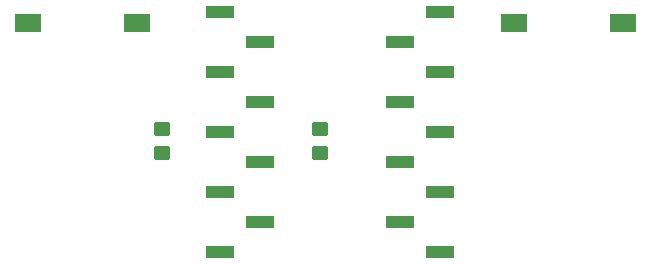
<source format=gbp>
G04 #@! TF.GenerationSoftware,KiCad,Pcbnew,9.0.5*
G04 #@! TF.CreationDate,2025-10-14T20:34:03+01:00*
G04 #@! TF.ProjectId,ESP32_Xmas_Star_Module,45535033-325f-4586-9d61-735f53746172,rev?*
G04 #@! TF.SameCoordinates,Original*
G04 #@! TF.FileFunction,Paste,Bot*
G04 #@! TF.FilePolarity,Positive*
%FSLAX46Y46*%
G04 Gerber Fmt 4.6, Leading zero omitted, Abs format (unit mm)*
G04 Created by KiCad (PCBNEW 9.0.5) date 2025-10-14 20:34:03*
%MOMM*%
%LPD*%
G01*
G04 APERTURE LIST*
G04 Aperture macros list*
%AMRoundRect*
0 Rectangle with rounded corners*
0 $1 Rounding radius*
0 $2 $3 $4 $5 $6 $7 $8 $9 X,Y pos of 4 corners*
0 Add a 4 corners polygon primitive as box body*
4,1,4,$2,$3,$4,$5,$6,$7,$8,$9,$2,$3,0*
0 Add four circle primitives for the rounded corners*
1,1,$1+$1,$2,$3*
1,1,$1+$1,$4,$5*
1,1,$1+$1,$6,$7*
1,1,$1+$1,$8,$9*
0 Add four rect primitives between the rounded corners*
20,1,$1+$1,$2,$3,$4,$5,0*
20,1,$1+$1,$4,$5,$6,$7,0*
20,1,$1+$1,$6,$7,$8,$9,0*
20,1,$1+$1,$8,$9,$2,$3,0*%
G04 Aperture macros list end*
%ADD10R,2.180000X1.600000*%
%ADD11RoundRect,0.250000X0.450000X-0.350000X0.450000X0.350000X-0.450000X0.350000X-0.450000X-0.350000X0*%
%ADD12R,2.410000X1.020000*%
G04 APERTURE END LIST*
D10*
X174770000Y-82000000D03*
X165590000Y-82000000D03*
X124460000Y-82000000D03*
X133640000Y-82000000D03*
D11*
X135759741Y-93000000D03*
X135759741Y-91000000D03*
X149177275Y-93000000D03*
X149177275Y-91000000D03*
D12*
X159335000Y-81040000D03*
X155905000Y-83580000D03*
X159335000Y-86120000D03*
X155905000Y-88660000D03*
X159335000Y-91200000D03*
X155905000Y-93740000D03*
X159335000Y-96280000D03*
X155905000Y-98820000D03*
X159335000Y-101360000D03*
X140665000Y-101360000D03*
X144095000Y-98820000D03*
X140665000Y-96280000D03*
X144095000Y-93740000D03*
X140665000Y-91200000D03*
X144095000Y-88660000D03*
X140665000Y-86120000D03*
X144095000Y-83580000D03*
X140665000Y-81040000D03*
M02*

</source>
